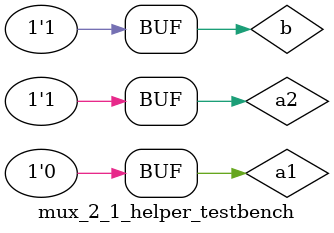
<source format=v>
`define DELAY 20
module mux_2_1_helper_testbench(); 
reg a1,a2, b;
wire res;

mux_2_1_helper fatb (res, a1, a2, b);

initial begin
//a = 32'b00000000000000000000000000111001; b = 32'b00000000000000000000000000000011;

a1 = 1'b1; a2 = 1'b1; b = 1'b0;
#`DELAY;
a1 = 1'b0; a2 = 1'b1; b = 1'b1;
#`DELAY;
end
 
 
initial
begin
$monitor("time = %2d, \na1 = %1b, \na2 = %1b, \nb = %1b, \nres = %1b", $time, a1, a2, b, res);
end
 
endmodule
</source>
